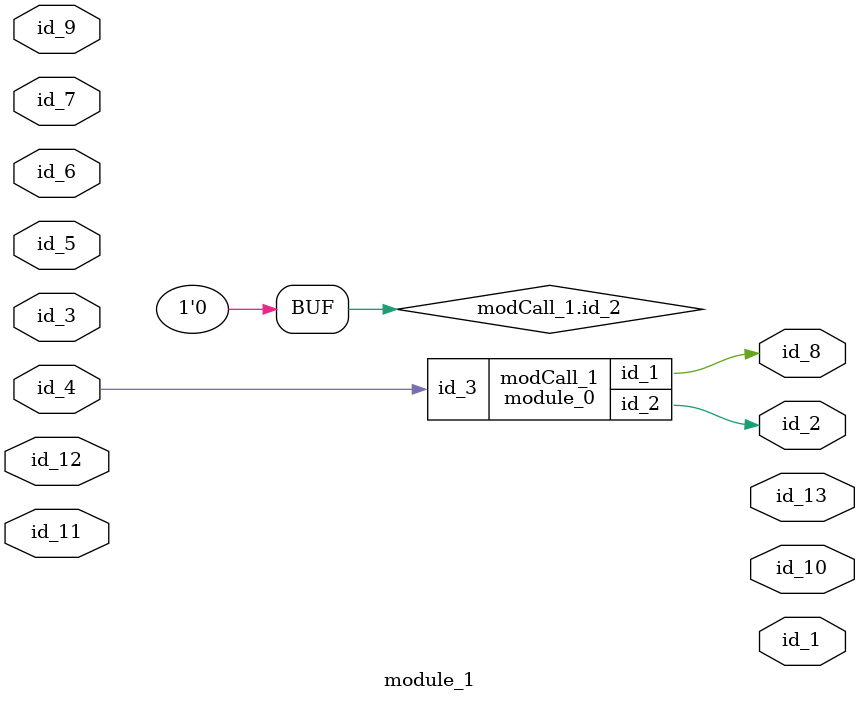
<source format=v>
module module_0 (
    id_1,
    id_2,
    id_3
);
  input wire id_3;
  output wire id_2;
  output wire id_1;
  assign id_2 = ~|-1;
  assign id_2 = id_3;
  assign id_1 = id_3 - id_3;
endmodule
module module_1 (
    id_1,
    id_2,
    id_3,
    id_4,
    id_5,
    id_6,
    id_7,
    id_8,
    id_9,
    id_10,
    id_11,
    id_12,
    id_13
);
  output wire id_13;
  input wire id_12;
  inout wire id_11;
  output wire id_10;
  inout wire id_9;
  output wire id_8;
  inout wire id_7;
  input wire id_6;
  input wire id_5;
  input wire id_4;
  inout wire id_3;
  output wire id_2;
  output wire id_1;
  wire id_14;
  wire id_15;
  module_0 modCall_1 (
      id_8,
      id_2,
      id_4
  );
  assign modCall_1.id_2 = 0;
endmodule

</source>
